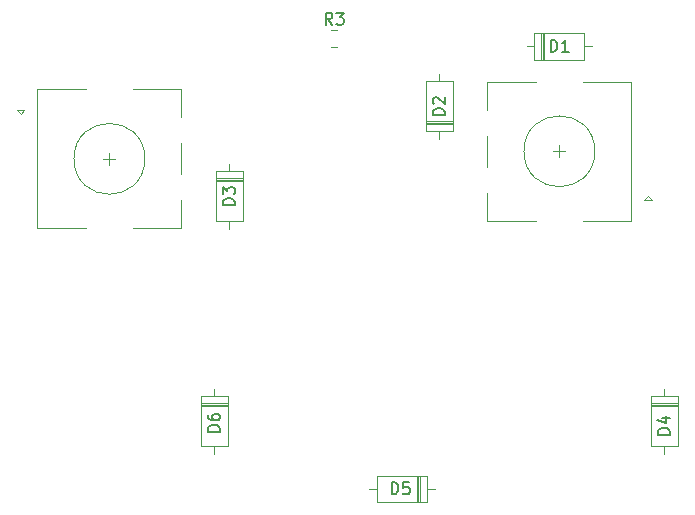
<source format=gbr>
G04 #@! TF.GenerationSoftware,KiCad,Pcbnew,5.1.2*
G04 #@! TF.CreationDate,2019-05-02T19:13:18+02:00*
G04 #@! TF.ProjectId,pcb,7063622e-6b69-4636-9164-5f7063625858,rev?*
G04 #@! TF.SameCoordinates,Original*
G04 #@! TF.FileFunction,Legend,Top*
G04 #@! TF.FilePolarity,Positive*
%FSLAX46Y46*%
G04 Gerber Fmt 4.6, Leading zero omitted, Abs format (unit mm)*
G04 Created by KiCad (PCBNEW 5.1.2) date 2019-05-02 19:13:18*
%MOMM*%
%LPD*%
G04 APERTURE LIST*
%ADD10C,0.120000*%
%ADD11C,0.150000*%
G04 APERTURE END LIST*
D10*
X142700000Y-95250000D02*
G75*
G03X142700000Y-95250000I-3000000J0D01*
G01*
X141700000Y-89350000D02*
X145800000Y-89350000D01*
X145800000Y-101150000D02*
X141700000Y-101150000D01*
X137700000Y-101150000D02*
X133600000Y-101150000D01*
X137700000Y-89350000D02*
X133600000Y-89350000D01*
X133600000Y-89350000D02*
X133600000Y-101150000D01*
X132200000Y-91450000D02*
X131900000Y-91150000D01*
X131900000Y-91150000D02*
X132500000Y-91150000D01*
X132500000Y-91150000D02*
X132200000Y-91450000D01*
X145800000Y-89350000D02*
X145800000Y-91750000D01*
X145800000Y-93950000D02*
X145800000Y-96550000D01*
X145800000Y-98750000D02*
X145800000Y-101150000D01*
X139700000Y-94750000D02*
X139700000Y-95750000D01*
X139200000Y-95250000D02*
X140200000Y-95250000D01*
X180800000Y-94615000D02*
G75*
G03X180800000Y-94615000I-3000000J0D01*
G01*
X175800000Y-100515000D02*
X171700000Y-100515000D01*
X171700000Y-88715000D02*
X175800000Y-88715000D01*
X179800000Y-88715000D02*
X183900000Y-88715000D01*
X179800000Y-100515000D02*
X183900000Y-100515000D01*
X183900000Y-100515000D02*
X183900000Y-88715000D01*
X185300000Y-98415000D02*
X185600000Y-98715000D01*
X185600000Y-98715000D02*
X185000000Y-98715000D01*
X185000000Y-98715000D02*
X185300000Y-98415000D01*
X171700000Y-100515000D02*
X171700000Y-98115000D01*
X171700000Y-95915000D02*
X171700000Y-93315000D01*
X171700000Y-91115000D02*
X171700000Y-88715000D01*
X177800000Y-95115000D02*
X177800000Y-94115000D01*
X178300000Y-94615000D02*
X177300000Y-94615000D01*
X158488748Y-85800000D02*
X159011252Y-85800000D01*
X158488748Y-84380000D02*
X159011252Y-84380000D01*
X149710000Y-115955000D02*
X147470000Y-115955000D01*
X149710000Y-116195000D02*
X147470000Y-116195000D01*
X149710000Y-116075000D02*
X147470000Y-116075000D01*
X148590000Y-120245000D02*
X148590000Y-119595000D01*
X148590000Y-114705000D02*
X148590000Y-115355000D01*
X149710000Y-119595000D02*
X149710000Y-115355000D01*
X147470000Y-119595000D02*
X149710000Y-119595000D01*
X147470000Y-115355000D02*
X147470000Y-119595000D01*
X149710000Y-115355000D02*
X147470000Y-115355000D01*
X165985000Y-124310000D02*
X165985000Y-122070000D01*
X165745000Y-124310000D02*
X165745000Y-122070000D01*
X165865000Y-124310000D02*
X165865000Y-122070000D01*
X161695000Y-123190000D02*
X162345000Y-123190000D01*
X167235000Y-123190000D02*
X166585000Y-123190000D01*
X162345000Y-124310000D02*
X166585000Y-124310000D01*
X162345000Y-122070000D02*
X162345000Y-124310000D01*
X166585000Y-122070000D02*
X162345000Y-122070000D01*
X166585000Y-124310000D02*
X166585000Y-122070000D01*
X187810000Y-115955000D02*
X185570000Y-115955000D01*
X187810000Y-116195000D02*
X185570000Y-116195000D01*
X187810000Y-116075000D02*
X185570000Y-116075000D01*
X186690000Y-120245000D02*
X186690000Y-119595000D01*
X186690000Y-114705000D02*
X186690000Y-115355000D01*
X187810000Y-119595000D02*
X187810000Y-115355000D01*
X185570000Y-119595000D02*
X187810000Y-119595000D01*
X185570000Y-115355000D02*
X185570000Y-119595000D01*
X187810000Y-115355000D02*
X185570000Y-115355000D01*
X150980000Y-96905000D02*
X148740000Y-96905000D01*
X150980000Y-97145000D02*
X148740000Y-97145000D01*
X150980000Y-97025000D02*
X148740000Y-97025000D01*
X149860000Y-101195000D02*
X149860000Y-100545000D01*
X149860000Y-95655000D02*
X149860000Y-96305000D01*
X150980000Y-100545000D02*
X150980000Y-96305000D01*
X148740000Y-100545000D02*
X150980000Y-100545000D01*
X148740000Y-96305000D02*
X148740000Y-100545000D01*
X150980000Y-96305000D02*
X148740000Y-96305000D01*
X166520000Y-92325000D02*
X168760000Y-92325000D01*
X166520000Y-92085000D02*
X168760000Y-92085000D01*
X166520000Y-92205000D02*
X168760000Y-92205000D01*
X167640000Y-88035000D02*
X167640000Y-88685000D01*
X167640000Y-93575000D02*
X167640000Y-92925000D01*
X166520000Y-88685000D02*
X166520000Y-92925000D01*
X168760000Y-88685000D02*
X166520000Y-88685000D01*
X168760000Y-92925000D02*
X168760000Y-88685000D01*
X166520000Y-92925000D02*
X168760000Y-92925000D01*
X176280000Y-84605000D02*
X176280000Y-86845000D01*
X176520000Y-84605000D02*
X176520000Y-86845000D01*
X176400000Y-84605000D02*
X176400000Y-86845000D01*
X180570000Y-85725000D02*
X179920000Y-85725000D01*
X175030000Y-85725000D02*
X175680000Y-85725000D01*
X179920000Y-84605000D02*
X175680000Y-84605000D01*
X179920000Y-86845000D02*
X179920000Y-84605000D01*
X175680000Y-86845000D02*
X179920000Y-86845000D01*
X175680000Y-84605000D02*
X175680000Y-86845000D01*
D11*
X158583333Y-83892380D02*
X158250000Y-83416190D01*
X158011904Y-83892380D02*
X158011904Y-82892380D01*
X158392857Y-82892380D01*
X158488095Y-82940000D01*
X158535714Y-82987619D01*
X158583333Y-83082857D01*
X158583333Y-83225714D01*
X158535714Y-83320952D01*
X158488095Y-83368571D01*
X158392857Y-83416190D01*
X158011904Y-83416190D01*
X158916666Y-82892380D02*
X159535714Y-82892380D01*
X159202380Y-83273333D01*
X159345238Y-83273333D01*
X159440476Y-83320952D01*
X159488095Y-83368571D01*
X159535714Y-83463809D01*
X159535714Y-83701904D01*
X159488095Y-83797142D01*
X159440476Y-83844761D01*
X159345238Y-83892380D01*
X159059523Y-83892380D01*
X158964285Y-83844761D01*
X158916666Y-83797142D01*
X149042380Y-118340095D02*
X148042380Y-118340095D01*
X148042380Y-118102000D01*
X148090000Y-117959142D01*
X148185238Y-117863904D01*
X148280476Y-117816285D01*
X148470952Y-117768666D01*
X148613809Y-117768666D01*
X148804285Y-117816285D01*
X148899523Y-117863904D01*
X148994761Y-117959142D01*
X149042380Y-118102000D01*
X149042380Y-118340095D01*
X148042380Y-116911523D02*
X148042380Y-117102000D01*
X148090000Y-117197238D01*
X148137619Y-117244857D01*
X148280476Y-117340095D01*
X148470952Y-117387714D01*
X148851904Y-117387714D01*
X148947142Y-117340095D01*
X148994761Y-117292476D01*
X149042380Y-117197238D01*
X149042380Y-117006761D01*
X148994761Y-116911523D01*
X148947142Y-116863904D01*
X148851904Y-116816285D01*
X148613809Y-116816285D01*
X148518571Y-116863904D01*
X148470952Y-116911523D01*
X148423333Y-117006761D01*
X148423333Y-117197238D01*
X148470952Y-117292476D01*
X148518571Y-117340095D01*
X148613809Y-117387714D01*
X163599904Y-123642380D02*
X163599904Y-122642380D01*
X163838000Y-122642380D01*
X163980857Y-122690000D01*
X164076095Y-122785238D01*
X164123714Y-122880476D01*
X164171333Y-123070952D01*
X164171333Y-123213809D01*
X164123714Y-123404285D01*
X164076095Y-123499523D01*
X163980857Y-123594761D01*
X163838000Y-123642380D01*
X163599904Y-123642380D01*
X165076095Y-122642380D02*
X164599904Y-122642380D01*
X164552285Y-123118571D01*
X164599904Y-123070952D01*
X164695142Y-123023333D01*
X164933238Y-123023333D01*
X165028476Y-123070952D01*
X165076095Y-123118571D01*
X165123714Y-123213809D01*
X165123714Y-123451904D01*
X165076095Y-123547142D01*
X165028476Y-123594761D01*
X164933238Y-123642380D01*
X164695142Y-123642380D01*
X164599904Y-123594761D01*
X164552285Y-123547142D01*
X187142380Y-118594095D02*
X186142380Y-118594095D01*
X186142380Y-118356000D01*
X186190000Y-118213142D01*
X186285238Y-118117904D01*
X186380476Y-118070285D01*
X186570952Y-118022666D01*
X186713809Y-118022666D01*
X186904285Y-118070285D01*
X186999523Y-118117904D01*
X187094761Y-118213142D01*
X187142380Y-118356000D01*
X187142380Y-118594095D01*
X186475714Y-117165523D02*
X187142380Y-117165523D01*
X186094761Y-117403619D02*
X186809047Y-117641714D01*
X186809047Y-117022666D01*
X150312380Y-99163095D02*
X149312380Y-99163095D01*
X149312380Y-98925000D01*
X149360000Y-98782142D01*
X149455238Y-98686904D01*
X149550476Y-98639285D01*
X149740952Y-98591666D01*
X149883809Y-98591666D01*
X150074285Y-98639285D01*
X150169523Y-98686904D01*
X150264761Y-98782142D01*
X150312380Y-98925000D01*
X150312380Y-99163095D01*
X149312380Y-98258333D02*
X149312380Y-97639285D01*
X149693333Y-97972619D01*
X149693333Y-97829761D01*
X149740952Y-97734523D01*
X149788571Y-97686904D01*
X149883809Y-97639285D01*
X150121904Y-97639285D01*
X150217142Y-97686904D01*
X150264761Y-97734523D01*
X150312380Y-97829761D01*
X150312380Y-98115476D01*
X150264761Y-98210714D01*
X150217142Y-98258333D01*
X168092380Y-91543095D02*
X167092380Y-91543095D01*
X167092380Y-91305000D01*
X167140000Y-91162142D01*
X167235238Y-91066904D01*
X167330476Y-91019285D01*
X167520952Y-90971666D01*
X167663809Y-90971666D01*
X167854285Y-91019285D01*
X167949523Y-91066904D01*
X168044761Y-91162142D01*
X168092380Y-91305000D01*
X168092380Y-91543095D01*
X167187619Y-90590714D02*
X167140000Y-90543095D01*
X167092380Y-90447857D01*
X167092380Y-90209761D01*
X167140000Y-90114523D01*
X167187619Y-90066904D01*
X167282857Y-90019285D01*
X167378095Y-90019285D01*
X167520952Y-90066904D01*
X168092380Y-90638333D01*
X168092380Y-90019285D01*
X177061904Y-86177380D02*
X177061904Y-85177380D01*
X177300000Y-85177380D01*
X177442857Y-85225000D01*
X177538095Y-85320238D01*
X177585714Y-85415476D01*
X177633333Y-85605952D01*
X177633333Y-85748809D01*
X177585714Y-85939285D01*
X177538095Y-86034523D01*
X177442857Y-86129761D01*
X177300000Y-86177380D01*
X177061904Y-86177380D01*
X178585714Y-86177380D02*
X178014285Y-86177380D01*
X178300000Y-86177380D02*
X178300000Y-85177380D01*
X178204761Y-85320238D01*
X178109523Y-85415476D01*
X178014285Y-85463095D01*
M02*

</source>
